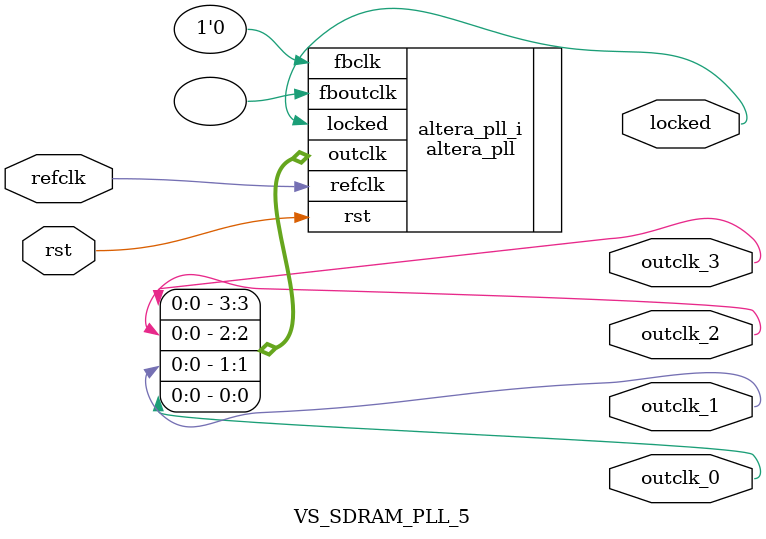
<source format=v>
`timescale 1ns/10ps
module  VS_SDRAM_PLL_5(

    // interface 'refclk'
    input wire refclk,

    // interface 'reset'
    input wire rst,

    // interface 'outclk0'
    output wire outclk_0,

    // interface 'outclk1'
    output wire outclk_1,

    // interface 'outclk2'
    output wire outclk_2,

    // interface 'outclk3'
    output wire outclk_3,

    // interface 'locked'
    output wire locked
);

    altera_pll #(
		.fractional_vco_multiplier("false"),
		.reference_clock_frequency("12.0 MHz"),
		.operation_mode("direct"),
		.number_of_clocks(4),
		.output_clock_frequency0("28.000000 MHz"),
		.phase_shift0("0 ps"),
		.duty_cycle0(50),
		.output_clock_frequency1("280.000000 MHz"),
		.phase_shift1("0 ps"),
		.duty_cycle1(50),
		.output_clock_frequency2("168.000000 MHz"),
		.phase_shift2("0 ps"),
		.duty_cycle2(50),
		.output_clock_frequency3("168.000000 MHz"),
		.phase_shift3("4464 ps"),
		.duty_cycle3(50),
		.output_clock_frequency4("0 MHz"),
		.phase_shift4("0 ps"),
		.duty_cycle4(50),
		.output_clock_frequency5("0 MHz"),
		.phase_shift5("0 ps"),
		.duty_cycle5(50),
		.output_clock_frequency6("0 MHz"),
		.phase_shift6("0 ps"),
		.duty_cycle6(50),
		.output_clock_frequency7("0 MHz"),
		.phase_shift7("0 ps"),
		.duty_cycle7(50),
		.output_clock_frequency8("0 MHz"),
		.phase_shift8("0 ps"),
		.duty_cycle8(50),
		.output_clock_frequency9("0 MHz"),
		.phase_shift9("0 ps"),
		.duty_cycle9(50),
		.output_clock_frequency10("0 MHz"),
		.phase_shift10("0 ps"),
		.duty_cycle10(50),
		.output_clock_frequency11("0 MHz"),
		.phase_shift11("0 ps"),
		.duty_cycle11(50),
		.output_clock_frequency12("0 MHz"),
		.phase_shift12("0 ps"),
		.duty_cycle12(50),
		.output_clock_frequency13("0 MHz"),
		.phase_shift13("0 ps"),
		.duty_cycle13(50),
		.output_clock_frequency14("0 MHz"),
		.phase_shift14("0 ps"),
		.duty_cycle14(50),
		.output_clock_frequency15("0 MHz"),
		.phase_shift15("0 ps"),
		.duty_cycle15(50),
		.output_clock_frequency16("0 MHz"),
		.phase_shift16("0 ps"),
		.duty_cycle16(50),
		.output_clock_frequency17("0 MHz"),
		.phase_shift17("0 ps"),
		.duty_cycle17(50),
		.pll_type("General"),
		.pll_subtype("General")
	) altera_pll_i (
		.rst	(rst),
		.outclk	({outclk_3, outclk_2, outclk_1, outclk_0}),
		.locked	(locked),
		.fboutclk	( ),
		.fbclk	(1'b0),
		.refclk	(refclk)
	);
endmodule


</source>
